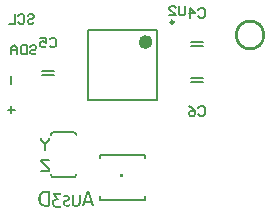
<source format=gbo>
G04 Layer_Color=32896*
%FSLAX44Y44*%
%MOMM*%
G71*
G01*
G75*
%ADD15C,0.2000*%
%ADD26C,0.2032*%
%ADD27C,0.1270*%
%ADD28C,0.1800*%
%ADD29C,0.1500*%
%ADD46C,0.2540*%
%ADD47C,0.6000*%
%ADD48C,0.2500*%
G36*
X-47611Y-110234D02*
X-47336Y-110251D01*
X-47202Y-110267D01*
X-47077Y-110284D01*
X-46969Y-110301D01*
X-46861Y-110309D01*
X-46769Y-110326D01*
X-46686Y-110342D01*
X-46611Y-110359D01*
X-46553Y-110376D01*
X-46503Y-110384D01*
X-46469Y-110392D01*
X-46444Y-110401D01*
X-46436D01*
X-46203Y-110476D01*
X-45994Y-110559D01*
X-45811Y-110651D01*
X-45653Y-110742D01*
X-45528Y-110817D01*
X-45478Y-110851D01*
X-45436Y-110884D01*
X-45395Y-110909D01*
X-45370Y-110926D01*
X-45361Y-110934D01*
X-45353Y-110942D01*
X-45195Y-111084D01*
X-45061Y-111226D01*
X-44953Y-111367D01*
X-44861Y-111500D01*
X-44786Y-111617D01*
X-44736Y-111709D01*
X-44720Y-111742D01*
X-44703Y-111767D01*
X-44695Y-111784D01*
Y-111792D01*
X-44620Y-111975D01*
X-44570Y-112167D01*
X-44528Y-112350D01*
X-44503Y-112525D01*
X-44486Y-112667D01*
Y-112733D01*
X-44478Y-112783D01*
Y-112833D01*
Y-112867D01*
Y-112883D01*
Y-112892D01*
X-44486Y-113058D01*
X-44495Y-113208D01*
X-44520Y-113342D01*
X-44545Y-113467D01*
X-44561Y-113567D01*
X-44586Y-113633D01*
X-44595Y-113683D01*
X-44603Y-113692D01*
Y-113700D01*
X-44661Y-113833D01*
X-44720Y-113958D01*
X-44786Y-114066D01*
X-44853Y-114158D01*
X-44911Y-114233D01*
X-44961Y-114291D01*
X-44995Y-114325D01*
X-45003Y-114341D01*
X-45103Y-114441D01*
X-45220Y-114533D01*
X-45328Y-114616D01*
X-45436Y-114691D01*
X-45536Y-114758D01*
X-45611Y-114808D01*
X-45661Y-114841D01*
X-45669Y-114850D01*
X-45678D01*
X-45844Y-114941D01*
X-46011Y-115024D01*
X-46178Y-115108D01*
X-46336Y-115174D01*
X-46469Y-115224D01*
X-46528Y-115249D01*
X-46578Y-115274D01*
X-46611Y-115283D01*
X-46644Y-115299D01*
X-46661Y-115308D01*
X-46669D01*
X-46736Y-115333D01*
X-46794Y-115358D01*
X-46828Y-115366D01*
X-46844Y-115374D01*
X-46861Y-115383D01*
X-46869Y-115391D01*
X-46886D01*
X-46919Y-115408D01*
X-46986Y-115433D01*
X-47069Y-115466D01*
X-47152Y-115491D01*
X-47227Y-115524D01*
X-47286Y-115541D01*
X-47294Y-115549D01*
X-47302D01*
X-47427Y-115591D01*
X-47536Y-115624D01*
X-47586Y-115633D01*
X-47619Y-115649D01*
X-47636Y-115658D01*
X-47644D01*
X-47761Y-115699D01*
X-47861Y-115733D01*
X-47894Y-115741D01*
X-47927Y-115758D01*
X-47944Y-115766D01*
X-47952D01*
X-48060Y-115816D01*
X-48144Y-115858D01*
X-48177Y-115874D01*
X-48202Y-115891D01*
X-48211Y-115899D01*
X-48219D01*
X-48310Y-115958D01*
X-48394Y-115999D01*
X-48427Y-116024D01*
X-48452Y-116033D01*
X-48460Y-116049D01*
X-48469D01*
X-48552Y-116116D01*
X-48610Y-116174D01*
X-48652Y-116216D01*
X-48669Y-116224D01*
Y-116233D01*
X-48735Y-116307D01*
X-48785Y-116374D01*
X-48819Y-116433D01*
X-48827Y-116441D01*
Y-116449D01*
X-48877Y-116532D01*
X-48910Y-116616D01*
X-48919Y-116657D01*
X-48927Y-116682D01*
X-48935Y-116699D01*
Y-116707D01*
X-48952Y-116824D01*
X-48960Y-116932D01*
Y-116982D01*
Y-117016D01*
Y-117041D01*
Y-117049D01*
X-48952Y-117166D01*
X-48944Y-117266D01*
X-48935Y-117299D01*
Y-117332D01*
X-48927Y-117349D01*
Y-117357D01*
X-48885Y-117465D01*
X-48844Y-117549D01*
X-48827Y-117582D01*
X-48810Y-117599D01*
X-48802Y-117615D01*
X-48794Y-117624D01*
X-48727Y-117716D01*
X-48660Y-117799D01*
X-48635Y-117832D01*
X-48610Y-117857D01*
X-48602Y-117865D01*
X-48594Y-117874D01*
X-48510Y-117957D01*
X-48427Y-118015D01*
X-48394Y-118040D01*
X-48369Y-118057D01*
X-48352Y-118074D01*
X-48344D01*
X-48236Y-118132D01*
X-48135Y-118182D01*
X-48094Y-118199D01*
X-48060Y-118215D01*
X-48044Y-118224D01*
X-48035D01*
X-47910Y-118274D01*
X-47802Y-118307D01*
X-47752Y-118324D01*
X-47719Y-118332D01*
X-47694Y-118340D01*
X-47686D01*
X-47544Y-118374D01*
X-47477Y-118382D01*
X-47419Y-118390D01*
X-47369Y-118399D01*
X-47327Y-118407D01*
X-47294D01*
X-47152Y-118415D01*
X-47086D01*
X-47019Y-118424D01*
X-46894D01*
X-46677Y-118415D01*
X-46586D01*
X-46494Y-118407D01*
X-46419D01*
X-46361Y-118399D01*
X-46311D01*
X-46094Y-118374D01*
X-46003Y-118357D01*
X-45911Y-118349D01*
X-45836Y-118332D01*
X-45778Y-118324D01*
X-45744Y-118315D01*
X-45728D01*
X-45519Y-118265D01*
X-45420Y-118240D01*
X-45336Y-118224D01*
X-45270Y-118207D01*
X-45220Y-118190D01*
X-45178Y-118182D01*
X-45170D01*
X-44978Y-118115D01*
X-44886Y-118090D01*
X-44811Y-118057D01*
X-44745Y-118032D01*
X-44695Y-118015D01*
X-44661Y-118007D01*
X-44653Y-117999D01*
X-44603Y-118132D01*
X-44578Y-118199D01*
X-44561Y-118249D01*
X-44545Y-118299D01*
X-44528Y-118332D01*
X-44520Y-118357D01*
Y-118365D01*
X-44470Y-118499D01*
X-44453Y-118557D01*
X-44436Y-118615D01*
X-44420Y-118657D01*
X-44403Y-118690D01*
X-44395Y-118715D01*
Y-118723D01*
X-44353Y-118865D01*
X-44337Y-118924D01*
X-44320Y-118982D01*
X-44311Y-119032D01*
X-44303Y-119065D01*
X-44295Y-119090D01*
Y-119098D01*
X-44270Y-119232D01*
X-44261Y-119340D01*
X-44253Y-119390D01*
X-44245Y-119423D01*
Y-119448D01*
Y-119457D01*
X-44453Y-119532D01*
X-44553Y-119557D01*
X-44636Y-119582D01*
X-44720Y-119607D01*
X-44778Y-119623D01*
X-44811Y-119632D01*
X-44828D01*
X-45053Y-119690D01*
X-45153Y-119715D01*
X-45253Y-119732D01*
X-45336Y-119748D01*
X-45395Y-119765D01*
X-45436Y-119773D01*
X-45453D01*
X-45703Y-119815D01*
X-45819Y-119832D01*
X-45928Y-119840D01*
X-46019Y-119857D01*
X-46086D01*
X-46136Y-119865D01*
X-46153D01*
X-46444Y-119882D01*
X-46578D01*
X-46702Y-119890D01*
X-47119D01*
X-47269Y-119882D01*
X-47411Y-119873D01*
X-47527Y-119865D01*
X-47627Y-119857D01*
X-47702Y-119848D01*
X-47752Y-119840D01*
X-47769D01*
X-47910Y-119815D01*
X-48052Y-119790D01*
X-48177Y-119765D01*
X-48285Y-119732D01*
X-48377Y-119707D01*
X-48452Y-119690D01*
X-48494Y-119682D01*
X-48510Y-119673D01*
X-48644Y-119632D01*
X-48760Y-119590D01*
X-48877Y-119540D01*
X-48969Y-119507D01*
X-49052Y-119465D01*
X-49110Y-119440D01*
X-49144Y-119423D01*
X-49160Y-119415D01*
X-49268Y-119357D01*
X-49377Y-119298D01*
X-49468Y-119240D01*
X-49552Y-119190D01*
X-49618Y-119140D01*
X-49668Y-119107D01*
X-49702Y-119082D01*
X-49710Y-119073D01*
X-49802Y-118998D01*
X-49893Y-118924D01*
X-49968Y-118848D01*
X-50035Y-118782D01*
X-50085Y-118732D01*
X-50127Y-118690D01*
X-50152Y-118657D01*
X-50160Y-118649D01*
X-50285Y-118465D01*
X-50343Y-118382D01*
X-50393Y-118307D01*
X-50427Y-118240D01*
X-50460Y-118182D01*
X-50477Y-118149D01*
X-50485Y-118140D01*
X-50577Y-117932D01*
X-50610Y-117832D01*
X-50635Y-117740D01*
X-50660Y-117666D01*
X-50676Y-117607D01*
X-50685Y-117574D01*
Y-117557D01*
X-50726Y-117324D01*
X-50735Y-117216D01*
X-50743Y-117124D01*
X-50752Y-117041D01*
Y-116974D01*
Y-116932D01*
Y-116916D01*
Y-116807D01*
X-50743Y-116707D01*
X-50735Y-116616D01*
X-50726Y-116532D01*
X-50718Y-116466D01*
X-50710Y-116407D01*
X-50701Y-116374D01*
Y-116366D01*
X-50668Y-116191D01*
X-50651Y-116108D01*
X-50635Y-116041D01*
X-50610Y-115983D01*
X-50602Y-115933D01*
X-50585Y-115908D01*
Y-115899D01*
X-50510Y-115749D01*
X-50477Y-115683D01*
X-50443Y-115624D01*
X-50418Y-115574D01*
X-50393Y-115541D01*
X-50385Y-115516D01*
X-50377Y-115508D01*
X-50293Y-115383D01*
X-50218Y-115283D01*
X-50185Y-115241D01*
X-50160Y-115208D01*
X-50143Y-115191D01*
X-50135Y-115183D01*
X-50027Y-115075D01*
X-49927Y-114991D01*
X-49885Y-114958D01*
X-49852Y-114933D01*
X-49835Y-114916D01*
X-49827Y-114908D01*
X-49702Y-114816D01*
X-49585Y-114741D01*
X-49535Y-114716D01*
X-49493Y-114691D01*
X-49468Y-114683D01*
X-49460Y-114675D01*
X-49318Y-114608D01*
X-49252Y-114575D01*
X-49185Y-114550D01*
X-49135Y-114525D01*
X-49094Y-114508D01*
X-49069Y-114491D01*
X-49060D01*
X-48910Y-114433D01*
X-48835Y-114408D01*
X-48777Y-114391D01*
X-48719Y-114366D01*
X-48677Y-114358D01*
X-48652Y-114341D01*
X-48644D01*
X-48560Y-114308D01*
X-48494Y-114291D01*
X-48452Y-114275D01*
X-48427Y-114266D01*
X-48410D01*
X-48394Y-114258D01*
X-48369Y-114250D01*
X-48335Y-114241D01*
X-48252Y-114208D01*
X-48144Y-114166D01*
X-48035Y-114133D01*
X-47944Y-114100D01*
X-47910Y-114083D01*
X-47877Y-114075D01*
X-47861Y-114066D01*
X-47852D01*
X-47736Y-114033D01*
X-47636Y-114000D01*
X-47594Y-113983D01*
X-47561Y-113975D01*
X-47544Y-113966D01*
X-47536D01*
X-47427Y-113916D01*
X-47336Y-113883D01*
X-47294Y-113866D01*
X-47269Y-113858D01*
X-47252Y-113850D01*
X-47244D01*
X-47144Y-113808D01*
X-47061Y-113775D01*
X-47027Y-113758D01*
X-47002Y-113742D01*
X-46986Y-113733D01*
X-46978D01*
X-46894Y-113683D01*
X-46819Y-113633D01*
X-46769Y-113600D01*
X-46761Y-113591D01*
X-46753D01*
X-46669Y-113533D01*
X-46611Y-113483D01*
X-46569Y-113442D01*
X-46553Y-113425D01*
X-46494Y-113358D01*
X-46453Y-113292D01*
X-46419Y-113242D01*
X-46411Y-113233D01*
Y-113225D01*
X-46369Y-113142D01*
X-46336Y-113067D01*
X-46319Y-113008D01*
X-46311Y-113000D01*
Y-112992D01*
X-46294Y-112892D01*
X-46286Y-112800D01*
X-46278Y-112767D01*
Y-112733D01*
Y-112717D01*
Y-112708D01*
X-46286Y-112600D01*
X-46303Y-112500D01*
X-46319Y-112417D01*
X-46344Y-112342D01*
X-46369Y-112283D01*
X-46394Y-112233D01*
X-46403Y-112208D01*
X-46411Y-112200D01*
X-46469Y-112125D01*
X-46528Y-112059D01*
X-46594Y-112009D01*
X-46652Y-111959D01*
X-46711Y-111925D01*
X-46753Y-111900D01*
X-46786Y-111884D01*
X-46794Y-111875D01*
X-46994Y-111800D01*
X-47086Y-111775D01*
X-47169Y-111750D01*
X-47244Y-111725D01*
X-47302Y-111709D01*
X-47336Y-111700D01*
X-47352D01*
X-47577Y-111667D01*
X-47677Y-111659D01*
X-47777Y-111650D01*
X-47861Y-111642D01*
X-48094D01*
X-48202Y-111650D01*
X-48310D01*
X-48402Y-111659D01*
X-48477Y-111667D01*
X-48535D01*
X-48569Y-111675D01*
X-48585D01*
X-48794Y-111709D01*
X-48894Y-111725D01*
X-48977Y-111742D01*
X-49052Y-111759D01*
X-49102Y-111767D01*
X-49144Y-111784D01*
X-49152D01*
X-49352Y-111825D01*
X-49435Y-111850D01*
X-49510Y-111867D01*
X-49577Y-111884D01*
X-49627Y-111900D01*
X-49660Y-111909D01*
X-49668D01*
X-49835Y-111959D01*
X-49910Y-111984D01*
X-49977Y-112009D01*
X-50035Y-112025D01*
X-50077Y-112042D01*
X-50102Y-112050D01*
X-50110D01*
X-50160Y-111934D01*
X-50202Y-111834D01*
X-50210Y-111792D01*
X-50227Y-111759D01*
X-50235Y-111742D01*
Y-111734D01*
X-50277Y-111609D01*
X-50318Y-111500D01*
X-50327Y-111459D01*
X-50335Y-111425D01*
X-50343Y-111400D01*
Y-111392D01*
X-50377Y-111259D01*
X-50393Y-111201D01*
X-50402Y-111142D01*
X-50410Y-111101D01*
X-50418Y-111067D01*
X-50427Y-111042D01*
Y-111034D01*
X-50452Y-110900D01*
X-50468Y-110784D01*
X-50477Y-110734D01*
X-50485Y-110701D01*
Y-110676D01*
Y-110667D01*
X-50285Y-110609D01*
X-50193Y-110576D01*
X-50110Y-110551D01*
X-50035Y-110534D01*
X-49977Y-110517D01*
X-49943Y-110501D01*
X-49927D01*
X-49710Y-110442D01*
X-49602Y-110417D01*
X-49502Y-110401D01*
X-49419Y-110376D01*
X-49352Y-110367D01*
X-49310Y-110351D01*
X-49293D01*
X-49052Y-110309D01*
X-48935Y-110292D01*
X-48835Y-110276D01*
X-48744Y-110267D01*
X-48677Y-110259D01*
X-48635Y-110251D01*
X-48619D01*
X-48369Y-110234D01*
X-48244D01*
X-48144Y-110226D01*
X-47919D01*
X-47611Y-110234D01*
D02*
G37*
G36*
X-36014Y-110367D02*
X-35964Y-110376D01*
X-35797D01*
X-35764Y-110384D01*
X-35714D01*
X-35605Y-110392D01*
X-35514Y-110409D01*
X-35439Y-110417D01*
X-35380D01*
X-35330Y-110426D01*
X-35289Y-110434D01*
X-35264D01*
Y-110551D01*
Y-110642D01*
Y-110676D01*
Y-110701D01*
Y-110717D01*
Y-110726D01*
Y-110809D01*
Y-110884D01*
Y-110926D01*
Y-110934D01*
Y-110942D01*
Y-111075D01*
Y-111192D01*
Y-111284D01*
Y-111359D01*
Y-111409D01*
Y-111450D01*
Y-111467D01*
Y-111475D01*
Y-111509D01*
Y-111550D01*
Y-111650D01*
Y-111767D01*
Y-111892D01*
Y-112017D01*
Y-112117D01*
Y-112150D01*
Y-112184D01*
Y-112200D01*
Y-112208D01*
Y-112359D01*
Y-112434D01*
Y-112500D01*
Y-112558D01*
Y-112600D01*
Y-112633D01*
Y-112642D01*
Y-112842D01*
Y-112942D01*
Y-113033D01*
Y-113108D01*
Y-113167D01*
Y-113208D01*
Y-113225D01*
Y-113392D01*
Y-113558D01*
Y-113725D01*
Y-113883D01*
Y-114016D01*
Y-114075D01*
Y-114125D01*
Y-114158D01*
Y-114191D01*
Y-114208D01*
Y-114216D01*
Y-114441D01*
Y-114666D01*
Y-114900D01*
Y-115108D01*
Y-115199D01*
Y-115291D01*
Y-115366D01*
Y-115433D01*
Y-115491D01*
Y-115533D01*
Y-115558D01*
Y-115566D01*
X-35272Y-115824D01*
X-35280Y-116058D01*
X-35297Y-116266D01*
X-35314Y-116449D01*
X-35322Y-116532D01*
X-35330Y-116607D01*
Y-116666D01*
X-35339Y-116716D01*
X-35347Y-116757D01*
X-35355Y-116791D01*
Y-116807D01*
Y-116816D01*
X-35389Y-117016D01*
X-35430Y-117207D01*
X-35472Y-117374D01*
X-35514Y-117515D01*
X-35547Y-117632D01*
X-35580Y-117724D01*
X-35589Y-117757D01*
X-35597Y-117782D01*
X-35605Y-117790D01*
Y-117799D01*
X-35672Y-117949D01*
X-35739Y-118099D01*
X-35805Y-118224D01*
X-35872Y-118332D01*
X-35930Y-118424D01*
X-35972Y-118490D01*
X-36005Y-118532D01*
X-36014Y-118549D01*
X-36105Y-118665D01*
X-36197Y-118773D01*
X-36280Y-118874D01*
X-36363Y-118957D01*
X-36430Y-119024D01*
X-36488Y-119073D01*
X-36522Y-119107D01*
X-36539Y-119115D01*
X-36655Y-119198D01*
X-36763Y-119273D01*
X-36872Y-119340D01*
X-36972Y-119398D01*
X-37055Y-119440D01*
X-37122Y-119482D01*
X-37163Y-119498D01*
X-37180Y-119507D01*
X-37447Y-119607D01*
X-37571Y-119648D01*
X-37688Y-119682D01*
X-37780Y-119707D01*
X-37855Y-119723D01*
X-37905Y-119740D01*
X-37921D01*
X-38071Y-119765D01*
X-38213Y-119790D01*
X-38355Y-119807D01*
X-38480Y-119823D01*
X-38580Y-119840D01*
X-38663Y-119848D01*
X-38688D01*
X-38713Y-119857D01*
X-38730D01*
X-38888Y-119865D01*
X-39046Y-119873D01*
X-39188Y-119882D01*
X-39321D01*
X-39438Y-119890D01*
X-39771D01*
X-39938Y-119882D01*
X-40087D01*
X-40229Y-119873D01*
X-40346Y-119865D01*
X-40437D01*
X-40471Y-119857D01*
X-40512D01*
X-40679Y-119840D01*
X-40837Y-119815D01*
X-40987Y-119798D01*
X-41121Y-119773D01*
X-41237Y-119757D01*
X-41321Y-119740D01*
X-41354D01*
X-41379Y-119732D01*
X-41396D01*
X-41562Y-119698D01*
X-41712Y-119673D01*
X-41854Y-119640D01*
X-41970Y-119615D01*
X-42079Y-119598D01*
X-42154Y-119582D01*
X-42204Y-119565D01*
X-42220D01*
X-42354Y-119532D01*
X-42479Y-119498D01*
X-42595Y-119465D01*
X-42703Y-119440D01*
X-42787Y-119423D01*
X-42845Y-119407D01*
X-42887Y-119390D01*
X-42903D01*
Y-119290D01*
Y-119190D01*
Y-119107D01*
Y-119032D01*
Y-118965D01*
Y-118924D01*
Y-118890D01*
Y-118882D01*
Y-118732D01*
Y-118665D01*
Y-118607D01*
Y-118565D01*
Y-118524D01*
Y-118507D01*
Y-118499D01*
Y-118357D01*
Y-118232D01*
Y-118124D01*
Y-118040D01*
Y-117965D01*
Y-117924D01*
Y-117890D01*
Y-117882D01*
Y-117724D01*
Y-117640D01*
Y-117565D01*
Y-117507D01*
Y-117449D01*
Y-117416D01*
Y-117407D01*
Y-117332D01*
Y-117266D01*
Y-117224D01*
Y-117216D01*
Y-117207D01*
Y-117124D01*
Y-117049D01*
Y-117016D01*
Y-116991D01*
Y-116974D01*
Y-116966D01*
Y-116866D01*
Y-116766D01*
Y-116724D01*
Y-116691D01*
Y-116674D01*
Y-116666D01*
Y-116541D01*
Y-116416D01*
Y-116374D01*
Y-116333D01*
Y-116307D01*
Y-116299D01*
Y-116174D01*
Y-116041D01*
Y-115916D01*
Y-115799D01*
Y-115691D01*
Y-115616D01*
Y-115583D01*
Y-115558D01*
Y-115549D01*
Y-115541D01*
Y-115366D01*
Y-115191D01*
Y-115016D01*
Y-114858D01*
Y-114716D01*
Y-114658D01*
Y-114608D01*
Y-114566D01*
Y-114533D01*
Y-114516D01*
Y-114508D01*
Y-114225D01*
Y-113933D01*
Y-113642D01*
Y-113508D01*
Y-113375D01*
Y-113250D01*
Y-113142D01*
Y-113033D01*
Y-112950D01*
Y-112883D01*
Y-112825D01*
Y-112792D01*
Y-112783D01*
Y-112392D01*
Y-111992D01*
Y-111600D01*
Y-111409D01*
Y-111234D01*
Y-111067D01*
Y-110917D01*
Y-110776D01*
Y-110659D01*
Y-110567D01*
Y-110492D01*
Y-110451D01*
Y-110434D01*
X-42828Y-110417D01*
X-42762Y-110409D01*
X-42712Y-110401D01*
X-42695D01*
X-42612Y-110392D01*
X-42537D01*
X-42504Y-110384D01*
X-42462D01*
X-42379Y-110376D01*
X-42237D01*
X-42162Y-110367D01*
X-42095Y-110359D01*
X-41945D01*
X-41879Y-110367D01*
X-41829Y-110376D01*
X-41662D01*
X-41604Y-110384D01*
X-41587D01*
X-41495Y-110392D01*
X-41420D01*
X-41371Y-110401D01*
X-41354D01*
X-41271Y-110409D01*
X-41204Y-110426D01*
X-41162Y-110434D01*
X-41146D01*
Y-110526D01*
Y-110609D01*
Y-110684D01*
Y-110751D01*
Y-110801D01*
Y-110842D01*
Y-110867D01*
Y-110876D01*
Y-111000D01*
Y-111059D01*
Y-111109D01*
Y-111151D01*
Y-111184D01*
Y-111201D01*
Y-111209D01*
Y-111367D01*
Y-111509D01*
Y-111625D01*
Y-111709D01*
Y-111784D01*
Y-111825D01*
Y-111859D01*
Y-111867D01*
Y-111950D01*
Y-112059D01*
Y-112167D01*
Y-112275D01*
Y-112375D01*
Y-112458D01*
Y-112492D01*
Y-112517D01*
Y-112525D01*
Y-112534D01*
Y-112625D01*
Y-112708D01*
Y-112742D01*
Y-112767D01*
Y-112783D01*
Y-112792D01*
Y-112900D01*
Y-113000D01*
Y-113042D01*
Y-113075D01*
Y-113100D01*
Y-113108D01*
Y-113217D01*
Y-113325D01*
Y-113433D01*
Y-113533D01*
Y-113625D01*
Y-113692D01*
Y-113742D01*
Y-113750D01*
Y-113758D01*
Y-113908D01*
Y-114058D01*
Y-114208D01*
Y-114350D01*
Y-114466D01*
Y-114566D01*
Y-114600D01*
Y-114625D01*
Y-114641D01*
Y-114650D01*
Y-114900D01*
Y-115158D01*
Y-115408D01*
Y-115649D01*
Y-115758D01*
Y-115858D01*
Y-115941D01*
Y-116016D01*
Y-116082D01*
Y-116124D01*
Y-116158D01*
Y-116166D01*
Y-116507D01*
Y-116849D01*
Y-117191D01*
Y-117357D01*
Y-117507D01*
Y-117657D01*
Y-117782D01*
Y-117907D01*
Y-118007D01*
Y-118082D01*
Y-118149D01*
Y-118182D01*
Y-118199D01*
X-40896Y-118265D01*
X-40771Y-118290D01*
X-40662Y-118307D01*
X-40562Y-118324D01*
X-40487Y-118340D01*
X-40437Y-118349D01*
X-40421D01*
X-40129Y-118374D01*
X-39988Y-118382D01*
X-39854D01*
X-39738Y-118390D01*
X-39571D01*
X-39354Y-118382D01*
X-39254D01*
X-39171Y-118374D01*
X-39096D01*
X-39046Y-118365D01*
X-38996D01*
X-38896Y-118349D01*
X-38805Y-118332D01*
X-38721Y-118315D01*
X-38646Y-118299D01*
X-38580Y-118290D01*
X-38538Y-118274D01*
X-38505Y-118265D01*
X-38496D01*
X-38330Y-118215D01*
X-38255Y-118182D01*
X-38188Y-118157D01*
X-38130Y-118132D01*
X-38088Y-118107D01*
X-38063Y-118099D01*
X-38055Y-118090D01*
X-37921Y-117999D01*
X-37855Y-117957D01*
X-37805Y-117915D01*
X-37763Y-117882D01*
X-37730Y-117849D01*
X-37705Y-117832D01*
X-37696Y-117824D01*
X-37588Y-117690D01*
X-37497Y-117565D01*
X-37463Y-117507D01*
X-37438Y-117465D01*
X-37422Y-117441D01*
X-37413Y-117432D01*
X-37330Y-117257D01*
X-37297Y-117174D01*
X-37263Y-117099D01*
X-37247Y-117024D01*
X-37230Y-116974D01*
X-37213Y-116941D01*
Y-116924D01*
X-37155Y-116707D01*
X-37138Y-116599D01*
X-37122Y-116499D01*
X-37105Y-116416D01*
X-37097Y-116349D01*
X-37088Y-116307D01*
Y-116291D01*
X-37072Y-116016D01*
X-37063Y-115883D01*
Y-115758D01*
X-37055Y-115649D01*
Y-115574D01*
Y-115541D01*
Y-115516D01*
Y-115508D01*
Y-115499D01*
Y-115383D01*
Y-115291D01*
Y-115258D01*
Y-115233D01*
Y-115216D01*
Y-115208D01*
Y-115116D01*
Y-115049D01*
Y-115000D01*
Y-114991D01*
Y-114983D01*
Y-114850D01*
Y-114741D01*
Y-114658D01*
Y-114583D01*
Y-114533D01*
Y-114491D01*
Y-114475D01*
Y-114466D01*
Y-114433D01*
Y-114391D01*
Y-114291D01*
Y-114175D01*
Y-114050D01*
Y-113933D01*
Y-113833D01*
Y-113800D01*
Y-113766D01*
Y-113750D01*
Y-113742D01*
Y-113600D01*
Y-113525D01*
Y-113458D01*
Y-113400D01*
Y-113358D01*
Y-113325D01*
Y-113317D01*
Y-113125D01*
Y-113025D01*
Y-112942D01*
Y-112867D01*
Y-112800D01*
Y-112767D01*
Y-112750D01*
Y-112583D01*
Y-112417D01*
Y-112250D01*
Y-112100D01*
Y-111967D01*
Y-111909D01*
Y-111859D01*
Y-111817D01*
Y-111792D01*
Y-111775D01*
Y-111767D01*
Y-111542D01*
Y-111317D01*
Y-111092D01*
Y-110884D01*
Y-110792D01*
Y-110701D01*
Y-110626D01*
Y-110559D01*
Y-110509D01*
Y-110467D01*
Y-110442D01*
Y-110434D01*
X-36972Y-110417D01*
X-36905Y-110409D01*
X-36855Y-110401D01*
X-36838D01*
X-36755Y-110392D01*
X-36680D01*
X-36622Y-110384D01*
X-36605D01*
X-36514Y-110376D01*
X-36355D01*
X-36280Y-110367D01*
X-36214Y-110359D01*
X-36080D01*
X-36014Y-110367D01*
D02*
G37*
G36*
X-29049Y-106660D02*
X-28807D01*
X-28774Y-106668D01*
X-28724D01*
X-28624Y-106677D01*
X-28540D01*
X-28507Y-106685D01*
X-28457D01*
X-28366Y-106693D01*
X-28291Y-106710D01*
X-28232Y-106718D01*
X-28216D01*
X-28166Y-106868D01*
X-28124Y-107010D01*
X-28082Y-107135D01*
X-28049Y-107243D01*
X-28016Y-107326D01*
X-27991Y-107393D01*
X-27982Y-107435D01*
X-27974Y-107451D01*
X-27941Y-107568D01*
X-27907Y-107668D01*
X-27874Y-107768D01*
X-27849Y-107851D01*
X-27832Y-107918D01*
X-27816Y-107968D01*
X-27799Y-108001D01*
Y-108010D01*
X-27732Y-108218D01*
X-27674Y-108393D01*
X-27624Y-108543D01*
X-27582Y-108668D01*
X-27549Y-108768D01*
X-27524Y-108834D01*
X-27516Y-108876D01*
X-27507Y-108893D01*
X-27466Y-109009D01*
X-27432Y-109126D01*
X-27391Y-109243D01*
X-27357Y-109351D01*
X-27324Y-109451D01*
X-27308Y-109526D01*
X-27291Y-109576D01*
X-27283Y-109584D01*
Y-109593D01*
X-27249Y-109684D01*
X-27216Y-109776D01*
X-27208Y-109809D01*
X-27199Y-109843D01*
X-27191Y-109859D01*
Y-109867D01*
X-27149Y-109992D01*
X-27116Y-110109D01*
X-27099Y-110151D01*
X-27083Y-110192D01*
X-27074Y-110217D01*
Y-110226D01*
X-27024Y-110376D01*
X-27008Y-110442D01*
X-26983Y-110509D01*
X-26966Y-110567D01*
X-26949Y-110609D01*
X-26933Y-110642D01*
Y-110651D01*
X-26874Y-110834D01*
X-26841Y-110926D01*
X-26816Y-111009D01*
X-26791Y-111084D01*
X-26774Y-111142D01*
X-26766Y-111175D01*
X-26758Y-111192D01*
X-26699Y-111375D01*
X-26641Y-111559D01*
X-26583Y-111742D01*
X-26524Y-111917D01*
X-26474Y-112067D01*
X-26449Y-112134D01*
X-26433Y-112184D01*
X-26416Y-112233D01*
X-26408Y-112267D01*
X-26399Y-112283D01*
Y-112292D01*
X-26324Y-112534D01*
X-26241Y-112792D01*
X-26158Y-113033D01*
X-26091Y-113258D01*
X-26049Y-113367D01*
X-26024Y-113458D01*
X-25991Y-113541D01*
X-25975Y-113617D01*
X-25949Y-113675D01*
X-25933Y-113725D01*
X-25924Y-113750D01*
Y-113758D01*
X-25858Y-113958D01*
X-25791Y-114175D01*
X-25650Y-114600D01*
X-25516Y-115024D01*
X-25450Y-115224D01*
X-25383Y-115416D01*
X-25325Y-115599D01*
X-25275Y-115766D01*
X-25225Y-115908D01*
X-25183Y-116041D01*
X-25150Y-116141D01*
X-25133Y-116216D01*
X-25116Y-116266D01*
X-25108Y-116274D01*
Y-116283D01*
X-25016Y-116557D01*
X-24925Y-116841D01*
X-24733Y-117424D01*
X-24641Y-117707D01*
X-24550Y-117990D01*
X-24458Y-118265D01*
X-24375Y-118524D01*
X-24300Y-118765D01*
X-24225Y-118982D01*
X-24158Y-119182D01*
X-24108Y-119348D01*
X-24083Y-119423D01*
X-24058Y-119482D01*
X-24042Y-119540D01*
X-24025Y-119590D01*
X-24017Y-119623D01*
X-24008Y-119648D01*
X-24000Y-119665D01*
Y-119673D01*
X-24075Y-119690D01*
X-24142Y-119707D01*
X-24192Y-119715D01*
X-24208D01*
X-24292Y-119723D01*
X-24358D01*
X-24417Y-119732D01*
X-24433D01*
X-24525Y-119740D01*
X-24683D01*
X-24775Y-119748D01*
X-25016D01*
X-25091Y-119740D01*
X-25258D01*
X-25333Y-119732D01*
X-25408D01*
X-25491Y-119723D01*
X-25558D01*
X-25616Y-119715D01*
X-25633D01*
X-25725Y-119698D01*
X-25800Y-119690D01*
X-25833Y-119682D01*
X-25858Y-119673D01*
X-25875D01*
X-25983Y-119315D01*
X-26083Y-118974D01*
X-26174Y-118657D01*
X-26258Y-118365D01*
X-26333Y-118099D01*
X-26408Y-117849D01*
X-26474Y-117632D01*
X-26533Y-117432D01*
X-26583Y-117257D01*
X-26624Y-117107D01*
X-26666Y-116974D01*
X-26691Y-116866D01*
X-26716Y-116791D01*
X-26733Y-116732D01*
X-26749Y-116691D01*
Y-116682D01*
X-31673D01*
X-31698Y-116766D01*
X-31723Y-116841D01*
X-31748Y-116907D01*
X-31765Y-116966D01*
X-31790Y-117066D01*
X-31815Y-117132D01*
X-31823Y-117174D01*
X-31831Y-117207D01*
X-31840Y-117224D01*
X-31848Y-117241D01*
Y-117266D01*
X-31873Y-117324D01*
X-31898Y-117407D01*
X-31923Y-117491D01*
X-31948Y-117574D01*
X-31973Y-117649D01*
X-31981Y-117699D01*
X-31990Y-117707D01*
Y-117716D01*
X-32015Y-117799D01*
X-32031Y-117882D01*
X-32040Y-117924D01*
X-32048Y-117949D01*
X-32056Y-117965D01*
Y-117974D01*
X-32098Y-118082D01*
X-32131Y-118190D01*
X-32148Y-118240D01*
X-32156Y-118282D01*
X-32165Y-118307D01*
Y-118315D01*
X-32198Y-118407D01*
X-32231Y-118507D01*
X-32256Y-118607D01*
X-32281Y-118690D01*
X-32306Y-118773D01*
X-32323Y-118832D01*
X-32339Y-118874D01*
Y-118890D01*
X-32381Y-119024D01*
X-32423Y-119157D01*
X-32464Y-119290D01*
X-32498Y-119407D01*
X-32531Y-119515D01*
X-32556Y-119598D01*
X-32564Y-119632D01*
X-32573Y-119657D01*
X-32581Y-119665D01*
Y-119673D01*
X-32656Y-119690D01*
X-32731Y-119707D01*
X-32781Y-119715D01*
X-32798D01*
X-32881Y-119723D01*
X-32964D01*
X-32998Y-119732D01*
X-33039D01*
X-33123Y-119740D01*
X-33281D01*
X-33364Y-119748D01*
X-33614D01*
X-33698Y-119740D01*
X-33864D01*
X-33956Y-119732D01*
X-34039D01*
X-34139Y-119723D01*
X-34222D01*
X-34247Y-119715D01*
X-34297D01*
X-34389Y-119698D01*
X-34456Y-119690D01*
X-34506Y-119673D01*
X-34522D01*
X-34472Y-119523D01*
X-34431Y-119390D01*
X-34389Y-119265D01*
X-34356Y-119157D01*
X-34331Y-119073D01*
X-34306Y-119007D01*
X-34297Y-118965D01*
X-34289Y-118948D01*
X-34256Y-118832D01*
X-34222Y-118723D01*
X-34189Y-118632D01*
X-34164Y-118549D01*
X-34147Y-118474D01*
X-34131Y-118424D01*
X-34114Y-118390D01*
Y-118382D01*
X-34047Y-118174D01*
X-33981Y-117999D01*
X-33931Y-117849D01*
X-33898Y-117724D01*
X-33864Y-117632D01*
X-33839Y-117565D01*
X-33831Y-117524D01*
X-33823Y-117507D01*
X-33781Y-117390D01*
X-33747Y-117274D01*
X-33706Y-117157D01*
X-33672Y-117041D01*
X-33639Y-116949D01*
X-33614Y-116874D01*
X-33598Y-116824D01*
X-33589Y-116816D01*
Y-116807D01*
X-33564Y-116707D01*
X-33539Y-116616D01*
X-33523Y-116582D01*
X-33514Y-116549D01*
X-33506Y-116532D01*
Y-116524D01*
X-33464Y-116399D01*
X-33423Y-116291D01*
X-33414Y-116241D01*
X-33398Y-116208D01*
X-33389Y-116182D01*
Y-116174D01*
X-33339Y-116024D01*
X-33323Y-115949D01*
X-33298Y-115883D01*
X-33281Y-115824D01*
X-33264Y-115783D01*
X-33248Y-115749D01*
Y-115741D01*
X-33189Y-115558D01*
X-33156Y-115466D01*
X-33131Y-115383D01*
X-33106Y-115316D01*
X-33089Y-115258D01*
X-33081Y-115224D01*
X-33073Y-115208D01*
X-33014Y-115024D01*
X-32956Y-114841D01*
X-32898Y-114658D01*
X-32839Y-114483D01*
X-32798Y-114333D01*
X-32773Y-114266D01*
X-32756Y-114216D01*
X-32739Y-114166D01*
X-32731Y-114133D01*
X-32723Y-114116D01*
Y-114108D01*
X-32640Y-113866D01*
X-32556Y-113608D01*
X-32481Y-113367D01*
X-32406Y-113133D01*
X-32373Y-113025D01*
X-32339Y-112933D01*
X-32306Y-112850D01*
X-32290Y-112775D01*
X-32265Y-112717D01*
X-32248Y-112667D01*
X-32240Y-112642D01*
Y-112633D01*
X-32173Y-112425D01*
X-32106Y-112217D01*
X-31965Y-111792D01*
X-31831Y-111367D01*
X-31765Y-111167D01*
X-31698Y-110976D01*
X-31640Y-110792D01*
X-31590Y-110634D01*
X-31540Y-110484D01*
X-31498Y-110359D01*
X-31465Y-110259D01*
X-31448Y-110184D01*
X-31431Y-110134D01*
X-31423Y-110117D01*
X-31332Y-109843D01*
X-31240Y-109551D01*
X-31048Y-108976D01*
X-30957Y-108684D01*
X-30865Y-108401D01*
X-30782Y-108135D01*
X-30698Y-107876D01*
X-30615Y-107635D01*
X-30548Y-107410D01*
X-30482Y-107218D01*
X-30432Y-107043D01*
X-30407Y-106968D01*
X-30382Y-106910D01*
X-30365Y-106852D01*
X-30348Y-106802D01*
X-30340Y-106768D01*
X-30332Y-106743D01*
X-30323Y-106727D01*
Y-106718D01*
X-30232Y-106702D01*
X-30148Y-106693D01*
X-30115D01*
X-30090Y-106685D01*
X-30073D01*
X-29973Y-106677D01*
X-29890D01*
X-29848Y-106668D01*
X-29799D01*
X-29699Y-106660D01*
X-29532D01*
X-29440Y-106652D01*
X-29090D01*
X-29049Y-106660D01*
D02*
G37*
G36*
X0Y-95000D02*
X-2540D01*
Y-92460D01*
X0D01*
Y-95000D01*
D02*
G37*
G36*
X-52143Y-108126D02*
X-52134Y-108193D01*
X-52126Y-108243D01*
X-52118Y-108251D01*
Y-108259D01*
X-52109Y-108335D01*
Y-108401D01*
X-52101Y-108451D01*
Y-108460D01*
Y-108468D01*
X-52093Y-108551D01*
Y-108618D01*
X-52084Y-108668D01*
Y-108676D01*
Y-108684D01*
Y-108759D01*
Y-108818D01*
Y-108868D01*
Y-108876D01*
Y-108884D01*
Y-109034D01*
X-52093Y-109101D01*
Y-109168D01*
Y-109218D01*
X-52101Y-109259D01*
Y-109284D01*
Y-109293D01*
X-52118Y-109426D01*
X-52126Y-109493D01*
X-52134Y-109543D01*
X-52143Y-109593D01*
X-52151Y-109626D01*
X-52160Y-109651D01*
Y-109659D01*
X-56783D01*
X-56600Y-109951D01*
X-56417Y-110234D01*
X-56250Y-110509D01*
X-56083Y-110767D01*
X-55917Y-111025D01*
X-55767Y-111267D01*
X-55617Y-111509D01*
X-55467Y-111734D01*
X-55334Y-111950D01*
X-55200Y-112159D01*
X-55075Y-112359D01*
X-54950Y-112550D01*
X-54842Y-112725D01*
X-54734Y-112900D01*
X-54626Y-113058D01*
X-54534Y-113217D01*
X-54442Y-113358D01*
X-54351Y-113491D01*
X-54276Y-113617D01*
X-54201Y-113733D01*
X-54134Y-113841D01*
X-54067Y-113933D01*
X-54017Y-114025D01*
X-53967Y-114100D01*
X-53917Y-114175D01*
X-53884Y-114233D01*
X-53851Y-114283D01*
X-53826Y-114325D01*
X-53801Y-114358D01*
X-53784Y-114383D01*
X-53776Y-114391D01*
Y-114400D01*
X-53801Y-114441D01*
X-53817Y-114458D01*
Y-114466D01*
Y-114475D01*
X-53834Y-114491D01*
X-53851Y-114516D01*
X-53867Y-114550D01*
X-53892Y-114583D01*
X-53909Y-114616D01*
X-53917Y-114633D01*
X-53926Y-114641D01*
X-54059Y-114616D01*
X-54167Y-114591D01*
X-54217Y-114583D01*
X-54251D01*
X-54276Y-114575D01*
X-54284D01*
X-54426Y-114550D01*
X-54484Y-114541D01*
X-54542Y-114533D01*
X-54592D01*
X-54626Y-114525D01*
X-54659D01*
X-54792Y-114516D01*
X-54900D01*
X-54950Y-114508D01*
X-55017D01*
X-55150Y-114500D01*
X-55384D01*
X-55600Y-114508D01*
X-55800Y-114516D01*
X-55984Y-114541D01*
X-56142Y-114566D01*
X-56275Y-114591D01*
X-56325Y-114600D01*
X-56375Y-114608D01*
X-56408Y-114616D01*
X-56433Y-114625D01*
X-56450Y-114633D01*
X-56458D01*
X-56633Y-114691D01*
X-56792Y-114758D01*
X-56942Y-114824D01*
X-57066Y-114891D01*
X-57167Y-114950D01*
X-57250Y-115000D01*
X-57300Y-115033D01*
X-57316Y-115041D01*
X-57450Y-115149D01*
X-57558Y-115258D01*
X-57650Y-115374D01*
X-57733Y-115483D01*
X-57791Y-115574D01*
X-57833Y-115658D01*
X-57858Y-115708D01*
X-57866Y-115716D01*
Y-115724D01*
X-57933Y-115883D01*
X-57975Y-116049D01*
X-58008Y-116216D01*
X-58033Y-116366D01*
X-58050Y-116499D01*
Y-116557D01*
X-58058Y-116607D01*
Y-116641D01*
Y-116674D01*
Y-116691D01*
Y-116699D01*
Y-116832D01*
X-58050Y-116966D01*
X-58033Y-117082D01*
X-58025Y-117182D01*
X-58008Y-117274D01*
X-57991Y-117332D01*
X-57983Y-117374D01*
Y-117390D01*
X-57958Y-117499D01*
X-57925Y-117607D01*
X-57900Y-117699D01*
X-57866Y-117782D01*
X-57833Y-117857D01*
X-57816Y-117907D01*
X-57800Y-117940D01*
X-57791Y-117949D01*
X-57741Y-118040D01*
X-57691Y-118132D01*
X-57633Y-118207D01*
X-57591Y-118282D01*
X-57550Y-118332D01*
X-57516Y-118382D01*
X-57491Y-118407D01*
X-57483Y-118415D01*
X-57350Y-118565D01*
X-57283Y-118632D01*
X-57217Y-118682D01*
X-57167Y-118732D01*
X-57125Y-118765D01*
X-57091Y-118782D01*
X-57083Y-118790D01*
X-56917Y-118907D01*
X-56833Y-118957D01*
X-56758Y-118990D01*
X-56700Y-119024D01*
X-56642Y-119049D01*
X-56608Y-119065D01*
X-56600Y-119073D01*
X-56408Y-119148D01*
X-56317Y-119182D01*
X-56225Y-119207D01*
X-56150Y-119232D01*
X-56092Y-119248D01*
X-56059Y-119265D01*
X-56042D01*
X-55817Y-119307D01*
X-55708Y-119332D01*
X-55617Y-119340D01*
X-55534Y-119357D01*
X-55475Y-119365D01*
X-55434Y-119373D01*
X-55417D01*
X-55184Y-119390D01*
X-55067Y-119398D01*
X-54967D01*
X-54875Y-119407D01*
X-54601D01*
X-54459Y-119398D01*
X-54334D01*
X-54217Y-119390D01*
X-54117Y-119382D01*
X-54051D01*
X-54001Y-119373D01*
X-53984D01*
X-53851Y-119357D01*
X-53726Y-119340D01*
X-53617Y-119323D01*
X-53509Y-119307D01*
X-53426Y-119290D01*
X-53368Y-119273D01*
X-53326Y-119265D01*
X-53309D01*
X-53076Y-119198D01*
X-52976Y-119173D01*
X-52884Y-119148D01*
X-52801Y-119123D01*
X-52743Y-119107D01*
X-52709Y-119090D01*
X-52693D01*
X-52476Y-119015D01*
X-52376Y-118982D01*
X-52284Y-118948D01*
X-52209Y-118924D01*
X-52151Y-118898D01*
X-52118Y-118890D01*
X-52101Y-118882D01*
X-52026Y-119015D01*
X-51993Y-119082D01*
X-51968Y-119132D01*
X-51943Y-119182D01*
X-51926Y-119215D01*
X-51918Y-119240D01*
X-51909Y-119248D01*
X-51851Y-119382D01*
X-51826Y-119448D01*
X-51801Y-119507D01*
X-51776Y-119557D01*
X-51768Y-119590D01*
X-51751Y-119615D01*
Y-119623D01*
X-51701Y-119757D01*
X-51676Y-119823D01*
X-51660Y-119882D01*
X-51643Y-119932D01*
X-51626Y-119973D01*
X-51618Y-119998D01*
Y-120007D01*
X-51585Y-120148D01*
X-51576Y-120215D01*
X-51560Y-120273D01*
X-51551Y-120323D01*
Y-120365D01*
X-51543Y-120390D01*
Y-120398D01*
X-51826Y-120506D01*
X-51960Y-120548D01*
X-52076Y-120590D01*
X-52176Y-120623D01*
X-52259Y-120640D01*
X-52309Y-120656D01*
X-52318Y-120665D01*
X-52326D01*
X-52609Y-120740D01*
X-52743Y-120773D01*
X-52868Y-120798D01*
X-52968Y-120815D01*
X-53051Y-120831D01*
X-53101Y-120848D01*
X-53117D01*
X-53409Y-120890D01*
X-53551Y-120915D01*
X-53676Y-120923D01*
X-53776Y-120940D01*
X-53859Y-120948D01*
X-53892D01*
X-53917Y-120956D01*
X-53934D01*
X-54092Y-120965D01*
X-54251Y-120973D01*
X-54401Y-120981D01*
X-54534D01*
X-54642Y-120990D01*
X-55000D01*
X-55184Y-120981D01*
X-55359Y-120973D01*
X-55509Y-120956D01*
X-55634Y-120948D01*
X-55684D01*
X-55733Y-120940D01*
X-55767D01*
X-55792Y-120931D01*
X-55817D01*
X-56000Y-120898D01*
X-56175Y-120865D01*
X-56333Y-120831D01*
X-56475Y-120806D01*
X-56600Y-120773D01*
X-56692Y-120748D01*
X-56725Y-120740D01*
X-56750D01*
X-56758Y-120731D01*
X-56767D01*
X-56933Y-120681D01*
X-57091Y-120623D01*
X-57242Y-120565D01*
X-57375Y-120515D01*
X-57483Y-120465D01*
X-57566Y-120431D01*
X-57591Y-120415D01*
X-57616Y-120406D01*
X-57625Y-120398D01*
X-57633D01*
X-57775Y-120323D01*
X-57916Y-120240D01*
X-58041Y-120156D01*
X-58158Y-120082D01*
X-58250Y-120015D01*
X-58324Y-119965D01*
X-58366Y-119923D01*
X-58383Y-119915D01*
X-58508Y-119807D01*
X-58625Y-119698D01*
X-58724Y-119598D01*
X-58816Y-119507D01*
X-58891Y-119423D01*
X-58949Y-119357D01*
X-58991Y-119315D01*
X-58999Y-119298D01*
X-59091Y-119165D01*
X-59183Y-119032D01*
X-59258Y-118898D01*
X-59333Y-118782D01*
X-59383Y-118682D01*
X-59433Y-118599D01*
X-59449Y-118574D01*
X-59458Y-118549D01*
X-59466Y-118540D01*
Y-118532D01*
X-59541Y-118374D01*
X-59599Y-118207D01*
X-59649Y-118049D01*
X-59699Y-117907D01*
X-59732Y-117790D01*
X-59741Y-117732D01*
X-59757Y-117690D01*
X-59766Y-117657D01*
Y-117632D01*
X-59774Y-117615D01*
Y-117607D01*
X-59808Y-117416D01*
X-59833Y-117232D01*
X-59849Y-117049D01*
X-59866Y-116882D01*
Y-116741D01*
X-59874Y-116682D01*
Y-116632D01*
Y-116591D01*
Y-116557D01*
Y-116541D01*
Y-116532D01*
X-59866Y-116316D01*
X-59858Y-116224D01*
X-59849Y-116132D01*
X-59841Y-116066D01*
X-59833Y-116008D01*
X-59824Y-115966D01*
Y-115958D01*
X-59783Y-115741D01*
X-59757Y-115641D01*
X-59732Y-115558D01*
X-59707Y-115483D01*
X-59691Y-115424D01*
X-59682Y-115391D01*
X-59674Y-115374D01*
X-59591Y-115166D01*
X-59549Y-115066D01*
X-59508Y-114983D01*
X-59466Y-114916D01*
X-59441Y-114866D01*
X-59424Y-114824D01*
X-59416Y-114816D01*
X-59358Y-114716D01*
X-59299Y-114625D01*
X-59241Y-114533D01*
X-59183Y-114466D01*
X-59141Y-114400D01*
X-59099Y-114358D01*
X-59074Y-114325D01*
X-59066Y-114316D01*
X-58908Y-114141D01*
X-58833Y-114066D01*
X-58766Y-114008D01*
X-58699Y-113950D01*
X-58650Y-113908D01*
X-58616Y-113883D01*
X-58608Y-113875D01*
X-58416Y-113742D01*
X-58324Y-113683D01*
X-58233Y-113633D01*
X-58158Y-113591D01*
X-58100Y-113558D01*
X-58066Y-113541D01*
X-58050Y-113533D01*
X-57808Y-113442D01*
X-57691Y-113400D01*
X-57591Y-113375D01*
X-57500Y-113350D01*
X-57433Y-113333D01*
X-57383Y-113317D01*
X-57366D01*
X-57091Y-113275D01*
X-56958Y-113258D01*
X-56833Y-113250D01*
X-56725Y-113242D01*
X-56367D01*
X-56325Y-113250D01*
X-56308Y-113258D01*
X-56300D01*
X-56500Y-112950D01*
X-56700Y-112650D01*
X-56892Y-112367D01*
X-57075Y-112092D01*
X-57250Y-111825D01*
X-57416Y-111567D01*
X-57583Y-111317D01*
X-57741Y-111075D01*
X-57891Y-110851D01*
X-58033Y-110626D01*
X-58175Y-110417D01*
X-58308Y-110217D01*
X-58433Y-110026D01*
X-58549Y-109851D01*
X-58658Y-109676D01*
X-58766Y-109518D01*
X-58866Y-109368D01*
X-58958Y-109226D01*
X-59049Y-109093D01*
X-59124Y-108968D01*
X-59199Y-108859D01*
X-59266Y-108759D01*
X-59333Y-108659D01*
X-59383Y-108576D01*
X-59433Y-108510D01*
X-59474Y-108443D01*
X-59508Y-108393D01*
X-59541Y-108343D01*
X-59566Y-108309D01*
X-59574Y-108285D01*
X-59591Y-108276D01*
Y-108268D01*
X-59533Y-108176D01*
X-59491Y-108110D01*
X-59466Y-108068D01*
X-59458Y-108060D01*
X-52160D01*
X-52143Y-108126D01*
D02*
G37*
G36*
X-63790Y-106535D02*
X-63640D01*
X-63482Y-106543D01*
X-63323Y-106552D01*
X-63173Y-106560D01*
X-63048Y-106568D01*
X-62932Y-106577D01*
X-62848D01*
X-62815Y-106585D01*
X-62773D01*
X-62623Y-106593D01*
X-62482Y-106610D01*
X-62357Y-106618D01*
X-62249Y-106627D01*
X-62165Y-106635D01*
X-62099Y-106643D01*
X-62057Y-106652D01*
X-62040D01*
X-61799Y-106677D01*
X-61690Y-106685D01*
X-61582Y-106693D01*
X-61499Y-106702D01*
X-61432Y-106710D01*
X-61390Y-106718D01*
X-61290D01*
Y-106868D01*
Y-107010D01*
Y-107135D01*
Y-107243D01*
Y-107335D01*
Y-107393D01*
Y-107435D01*
Y-107451D01*
Y-107568D01*
Y-107668D01*
Y-107768D01*
Y-107851D01*
Y-107918D01*
Y-107968D01*
Y-108001D01*
Y-108010D01*
Y-108218D01*
Y-108393D01*
Y-108543D01*
Y-108668D01*
Y-108768D01*
Y-108834D01*
Y-108876D01*
Y-108893D01*
Y-109009D01*
Y-109126D01*
Y-109243D01*
Y-109351D01*
Y-109451D01*
Y-109526D01*
Y-109576D01*
Y-109584D01*
Y-109593D01*
Y-109692D01*
Y-109784D01*
Y-109817D01*
Y-109851D01*
Y-109867D01*
Y-109876D01*
Y-109992D01*
Y-110109D01*
Y-110151D01*
Y-110192D01*
Y-110217D01*
Y-110226D01*
Y-110376D01*
Y-110442D01*
Y-110509D01*
Y-110567D01*
Y-110609D01*
Y-110642D01*
Y-110651D01*
Y-110834D01*
Y-110926D01*
Y-111009D01*
Y-111084D01*
Y-111142D01*
Y-111175D01*
Y-111192D01*
Y-111375D01*
Y-111559D01*
Y-111742D01*
Y-111917D01*
Y-112067D01*
Y-112134D01*
Y-112184D01*
Y-112233D01*
Y-112267D01*
Y-112283D01*
Y-112292D01*
Y-112534D01*
Y-112792D01*
Y-113033D01*
Y-113258D01*
Y-113367D01*
Y-113458D01*
Y-113541D01*
Y-113617D01*
Y-113675D01*
Y-113725D01*
Y-113750D01*
Y-113758D01*
Y-113958D01*
Y-114175D01*
Y-114600D01*
Y-115024D01*
Y-115224D01*
Y-115416D01*
Y-115599D01*
Y-115766D01*
Y-115908D01*
Y-116041D01*
Y-116141D01*
Y-116216D01*
Y-116266D01*
Y-116274D01*
Y-116283D01*
Y-116557D01*
Y-116841D01*
Y-117424D01*
Y-117707D01*
Y-117990D01*
Y-118265D01*
Y-118524D01*
Y-118765D01*
Y-118982D01*
Y-119182D01*
Y-119348D01*
Y-119423D01*
Y-119482D01*
Y-119540D01*
Y-119590D01*
Y-119623D01*
Y-119648D01*
Y-119665D01*
Y-119673D01*
X-61524Y-119707D01*
X-61632Y-119723D01*
X-61740Y-119732D01*
X-61824Y-119740D01*
X-61899Y-119748D01*
X-61940Y-119757D01*
X-61957D01*
X-62224Y-119782D01*
X-62357Y-119790D01*
X-62474Y-119798D01*
X-62573Y-119807D01*
X-62657Y-119815D01*
X-62682Y-119823D01*
X-62723D01*
X-62873Y-119840D01*
X-63023Y-119848D01*
X-63165Y-119857D01*
X-63290Y-119865D01*
X-63398Y-119873D01*
X-63482Y-119882D01*
X-63715D01*
X-63865Y-119890D01*
X-64398D01*
X-64715Y-119882D01*
X-65015Y-119873D01*
X-65306Y-119848D01*
X-65581Y-119823D01*
X-65848Y-119798D01*
X-66089Y-119757D01*
X-66322Y-119723D01*
X-66531Y-119682D01*
X-66722Y-119648D01*
X-66889Y-119607D01*
X-67039Y-119573D01*
X-67164Y-119548D01*
X-67256Y-119515D01*
X-67331Y-119498D01*
X-67372Y-119490D01*
X-67389Y-119482D01*
X-67622Y-119398D01*
X-67847Y-119315D01*
X-68064Y-119215D01*
X-68264Y-119115D01*
X-68455Y-119015D01*
X-68630Y-118915D01*
X-68788Y-118807D01*
X-68938Y-118715D01*
X-69072Y-118615D01*
X-69188Y-118532D01*
X-69288Y-118449D01*
X-69372Y-118382D01*
X-69438Y-118324D01*
X-69480Y-118282D01*
X-69513Y-118257D01*
X-69522Y-118249D01*
X-69680Y-118090D01*
X-69830Y-117924D01*
X-69963Y-117757D01*
X-70088Y-117582D01*
X-70205Y-117407D01*
X-70313Y-117232D01*
X-70413Y-117066D01*
X-70496Y-116907D01*
X-70571Y-116757D01*
X-70638Y-116616D01*
X-70696Y-116491D01*
X-70738Y-116383D01*
X-70780Y-116299D01*
X-70805Y-116233D01*
X-70813Y-116191D01*
X-70821Y-116174D01*
X-70896Y-115933D01*
X-70963Y-115683D01*
X-71021Y-115433D01*
X-71071Y-115183D01*
X-71113Y-114933D01*
X-71146Y-114691D01*
X-71180Y-114450D01*
X-71205Y-114225D01*
X-71221Y-114016D01*
X-71230Y-113825D01*
X-71238Y-113658D01*
X-71246Y-113508D01*
X-71255Y-113392D01*
Y-113342D01*
Y-113300D01*
Y-113267D01*
Y-113242D01*
Y-113233D01*
Y-113225D01*
X-71246Y-112925D01*
X-71238Y-112633D01*
X-71213Y-112359D01*
X-71188Y-112092D01*
X-71155Y-111842D01*
X-71121Y-111600D01*
X-71080Y-111384D01*
X-71046Y-111184D01*
X-71005Y-111000D01*
X-70963Y-110834D01*
X-70930Y-110692D01*
X-70896Y-110576D01*
X-70871Y-110484D01*
X-70846Y-110417D01*
X-70838Y-110376D01*
X-70830Y-110359D01*
X-70746Y-110134D01*
X-70655Y-109917D01*
X-70555Y-109709D01*
X-70455Y-109509D01*
X-70346Y-109326D01*
X-70247Y-109151D01*
X-70138Y-108993D01*
X-70038Y-108843D01*
X-69938Y-108709D01*
X-69855Y-108593D01*
X-69772Y-108493D01*
X-69705Y-108410D01*
X-69647Y-108343D01*
X-69597Y-108293D01*
X-69572Y-108259D01*
X-69563Y-108251D01*
X-69397Y-108093D01*
X-69230Y-107943D01*
X-69055Y-107810D01*
X-68872Y-107685D01*
X-68697Y-107568D01*
X-68522Y-107460D01*
X-68347Y-107368D01*
X-68189Y-107276D01*
X-68030Y-107201D01*
X-67897Y-107143D01*
X-67764Y-107085D01*
X-67656Y-107043D01*
X-67572Y-107001D01*
X-67505Y-106976D01*
X-67464Y-106968D01*
X-67447Y-106960D01*
X-67206Y-106885D01*
X-66956Y-106818D01*
X-66697Y-106760D01*
X-66448Y-106710D01*
X-66189Y-106668D01*
X-65948Y-106635D01*
X-65706Y-106602D01*
X-65481Y-106577D01*
X-65273Y-106560D01*
X-65081Y-106552D01*
X-64906Y-106543D01*
X-64756Y-106535D01*
X-64640Y-106527D01*
X-63898D01*
X-63790Y-106535D01*
D02*
G37*
%LPC*%
G36*
X-29207Y-108468D02*
X-29332Y-108876D01*
X-29449Y-109268D01*
X-29565Y-109651D01*
X-29674Y-110017D01*
X-29782Y-110376D01*
X-29882Y-110717D01*
X-29982Y-111051D01*
X-30073Y-111367D01*
X-30165Y-111667D01*
X-30257Y-111959D01*
X-30340Y-112233D01*
X-30415Y-112500D01*
X-30490Y-112750D01*
X-30565Y-112992D01*
X-30632Y-113217D01*
X-30698Y-113433D01*
X-30757Y-113633D01*
X-30815Y-113816D01*
X-30865Y-113991D01*
X-30915Y-114150D01*
X-30957Y-114300D01*
X-30998Y-114441D01*
X-31031Y-114558D01*
X-31065Y-114666D01*
X-31098Y-114766D01*
X-31123Y-114850D01*
X-31140Y-114924D01*
X-31156Y-114983D01*
X-31173Y-115024D01*
X-31181Y-115058D01*
X-31190Y-115075D01*
Y-115083D01*
X-27241D01*
X-27366Y-114675D01*
X-27482Y-114283D01*
X-27591Y-113900D01*
X-27699Y-113533D01*
X-27807Y-113175D01*
X-27907Y-112833D01*
X-28007Y-112500D01*
X-28099Y-112184D01*
X-28191Y-111884D01*
X-28274Y-111592D01*
X-28357Y-111317D01*
X-28440Y-111051D01*
X-28516Y-110801D01*
X-28582Y-110559D01*
X-28649Y-110334D01*
X-28716Y-110117D01*
X-28774Y-109917D01*
X-28832Y-109734D01*
X-28882Y-109559D01*
X-28932Y-109393D01*
X-28974Y-109251D01*
X-29015Y-109109D01*
X-29049Y-108993D01*
X-29082Y-108876D01*
X-29115Y-108784D01*
X-29140Y-108701D01*
X-29157Y-108626D01*
X-29174Y-108568D01*
X-29190Y-108526D01*
X-29199Y-108493D01*
X-29207Y-108476D01*
Y-108468D01*
D02*
G37*
G36*
X-63998Y-108160D02*
X-64790D01*
X-64973Y-108168D01*
X-65139Y-108185D01*
X-65289Y-108193D01*
X-65414Y-108210D01*
X-65473Y-108218D01*
X-65514Y-108226D01*
X-65548D01*
X-65573Y-108235D01*
X-65598D01*
X-65773Y-108259D01*
X-65939Y-108293D01*
X-66098Y-108326D01*
X-66231Y-108359D01*
X-66347Y-108385D01*
X-66431Y-108410D01*
X-66464Y-108418D01*
X-66489Y-108426D01*
X-66498Y-108434D01*
X-66506D01*
X-66664Y-108484D01*
X-66814Y-108543D01*
X-66956Y-108601D01*
X-67072Y-108659D01*
X-67172Y-108709D01*
X-67247Y-108751D01*
X-67297Y-108776D01*
X-67314Y-108784D01*
X-67447Y-108868D01*
X-67580Y-108959D01*
X-67697Y-109051D01*
X-67797Y-109134D01*
X-67880Y-109201D01*
X-67947Y-109259D01*
X-67980Y-109293D01*
X-67997Y-109309D01*
X-68105Y-109426D01*
X-68214Y-109551D01*
X-68305Y-109659D01*
X-68389Y-109768D01*
X-68455Y-109859D01*
X-68505Y-109934D01*
X-68539Y-109984D01*
X-68547Y-109992D01*
Y-110001D01*
X-68639Y-110151D01*
X-68722Y-110301D01*
X-68788Y-110451D01*
X-68847Y-110584D01*
X-68897Y-110692D01*
X-68930Y-110784D01*
X-68947Y-110817D01*
X-68955Y-110842D01*
X-68963Y-110859D01*
Y-110867D01*
X-69022Y-111051D01*
X-69072Y-111234D01*
X-69113Y-111417D01*
X-69155Y-111575D01*
X-69180Y-111717D01*
X-69188Y-111775D01*
X-69197Y-111825D01*
X-69205Y-111867D01*
X-69213Y-111900D01*
Y-111917D01*
Y-111925D01*
X-69247Y-112142D01*
X-69263Y-112359D01*
X-69280Y-112567D01*
X-69297Y-112758D01*
Y-112850D01*
Y-112925D01*
X-69305Y-112992D01*
Y-113050D01*
Y-113100D01*
Y-113133D01*
Y-113158D01*
Y-113167D01*
Y-113433D01*
X-69288Y-113683D01*
X-69280Y-113916D01*
X-69272Y-114016D01*
X-69263Y-114116D01*
X-69255Y-114208D01*
X-69247Y-114283D01*
X-69238Y-114350D01*
X-69230Y-114408D01*
X-69222Y-114458D01*
Y-114491D01*
X-69213Y-114508D01*
Y-114516D01*
X-69180Y-114741D01*
X-69138Y-114950D01*
X-69097Y-115141D01*
X-69055Y-115299D01*
X-69022Y-115433D01*
X-69005Y-115491D01*
X-68988Y-115541D01*
X-68980Y-115574D01*
X-68972Y-115599D01*
X-68963Y-115616D01*
Y-115624D01*
X-68897Y-115808D01*
X-68830Y-115974D01*
X-68755Y-116124D01*
X-68697Y-116249D01*
X-68639Y-116357D01*
X-68589Y-116441D01*
X-68555Y-116491D01*
X-68547Y-116499D01*
Y-116507D01*
X-68455Y-116649D01*
X-68355Y-116774D01*
X-68264Y-116891D01*
X-68180Y-116991D01*
X-68105Y-117074D01*
X-68039Y-117132D01*
X-68005Y-117166D01*
X-67989Y-117182D01*
X-67872Y-117291D01*
X-67747Y-117382D01*
X-67631Y-117465D01*
X-67522Y-117541D01*
X-67431Y-117599D01*
X-67364Y-117649D01*
X-67314Y-117674D01*
X-67306Y-117682D01*
X-67297D01*
X-67156Y-117757D01*
X-67014Y-117824D01*
X-66872Y-117874D01*
X-66747Y-117924D01*
X-66639Y-117957D01*
X-66556Y-117982D01*
X-66522Y-117999D01*
X-66498D01*
X-66489Y-118007D01*
X-66481D01*
X-66314Y-118049D01*
X-66147Y-118090D01*
X-65998Y-118124D01*
X-65856Y-118149D01*
X-65731Y-118165D01*
X-65639Y-118182D01*
X-65606D01*
X-65581Y-118190D01*
X-65556D01*
X-65198Y-118224D01*
X-65023Y-118232D01*
X-64873Y-118240D01*
X-64740Y-118249D01*
X-64323D01*
X-64265Y-118240D01*
X-64140D01*
X-63998Y-118232D01*
X-63873D01*
X-63832Y-118224D01*
X-63756D01*
X-63615Y-118207D01*
X-63490Y-118199D01*
X-63382Y-118190D01*
X-63290Y-118182D01*
X-63223Y-118174D01*
X-63173Y-118165D01*
X-63132D01*
Y-118049D01*
Y-117940D01*
Y-117849D01*
Y-117765D01*
Y-117690D01*
Y-117640D01*
Y-117607D01*
Y-117599D01*
Y-117432D01*
Y-117366D01*
Y-117299D01*
Y-117249D01*
Y-117207D01*
Y-117182D01*
Y-117174D01*
Y-117016D01*
Y-116882D01*
Y-116766D01*
Y-116674D01*
Y-116599D01*
Y-116541D01*
Y-116507D01*
Y-116499D01*
Y-116316D01*
Y-116224D01*
Y-116141D01*
Y-116074D01*
Y-116016D01*
Y-115983D01*
Y-115966D01*
Y-115891D01*
Y-115816D01*
Y-115758D01*
Y-115749D01*
Y-115741D01*
Y-115649D01*
Y-115566D01*
Y-115524D01*
Y-115499D01*
Y-115483D01*
Y-115474D01*
Y-115366D01*
Y-115258D01*
Y-115208D01*
Y-115174D01*
Y-115149D01*
Y-115141D01*
Y-115000D01*
Y-114933D01*
Y-114866D01*
Y-114816D01*
Y-114775D01*
Y-114741D01*
Y-114733D01*
Y-114591D01*
Y-114450D01*
Y-114308D01*
Y-114175D01*
Y-114066D01*
Y-113975D01*
Y-113941D01*
Y-113916D01*
Y-113900D01*
Y-113891D01*
Y-113708D01*
Y-113508D01*
Y-113325D01*
Y-113150D01*
Y-112992D01*
Y-112933D01*
Y-112875D01*
Y-112825D01*
Y-112792D01*
Y-112775D01*
Y-112767D01*
Y-112450D01*
Y-112125D01*
Y-111800D01*
Y-111642D01*
Y-111500D01*
Y-111359D01*
Y-111234D01*
Y-111125D01*
Y-111025D01*
Y-110950D01*
Y-110892D01*
Y-110851D01*
Y-110842D01*
Y-110626D01*
Y-110409D01*
Y-109959D01*
Y-109526D01*
Y-109318D01*
Y-109118D01*
Y-108934D01*
Y-108759D01*
Y-108610D01*
Y-108484D01*
Y-108376D01*
Y-108301D01*
Y-108251D01*
Y-108235D01*
X-63248Y-108218D01*
X-63357Y-108210D01*
X-63398Y-108201D01*
X-63465D01*
X-63607Y-108185D01*
X-63665Y-108176D01*
X-63723D01*
X-63773Y-108168D01*
X-63848D01*
X-63998Y-108160D01*
D02*
G37*
%LPD*%
D15*
X-29500Y-29500D02*
X29500D01*
X-29500Y29500D02*
X29500D01*
X-29500Y-29500D02*
Y29500D01*
X29500Y-29500D02*
Y29500D01*
X-62000Y-80003D02*
X-68664D01*
Y-81669D01*
X-62000Y-88334D01*
Y-90000D01*
X-68664D01*
X-62000Y-62003D02*
Y-63669D01*
X-65332Y-67002D01*
X-68664Y-63669D01*
Y-62003D01*
X-65332Y-67002D02*
Y-72000D01*
D26*
X-41618Y-95160D02*
G03*
X-39078Y-92620I0J2540D01*
G01*
X-60795D02*
G03*
X-58255Y-95160I2540J0D01*
G01*
Y-56840D02*
G03*
X-60795Y-59380I0J-2540D01*
G01*
X-39078D02*
G03*
X-41618Y-56840I-2540J0D01*
G01*
X-58254Y-95160D02*
X-41617D01*
X-58254Y-56840D02*
X-41617D01*
D27*
X-19050Y-114000D02*
Y-111000D01*
Y-114000D02*
X19000D01*
Y-111000D01*
X-19050Y-78998D02*
Y-75950D01*
X19000D01*
Y-78998D02*
Y-75950D01*
X58238Y16222D02*
X67762D01*
X58238Y19778D02*
X67762D01*
X58238Y-11222D02*
X67762D01*
X58238Y-14778D02*
X67762D01*
X-67762Y-5222D02*
X-58238D01*
X-67762Y-8778D02*
X-58238D01*
D28*
X-93998Y-16000D02*
Y-9336D01*
Y-41000D02*
Y-34335D01*
X-97331Y-37668D02*
X-90666D01*
D29*
X-61752Y21618D02*
X-60419Y22951D01*
X-57753D01*
X-56420Y21618D01*
Y16287D01*
X-57753Y14954D01*
X-60419D01*
X-61752Y16287D01*
X-69749Y22951D02*
X-64417D01*
Y18953D01*
X-67083Y20286D01*
X-68416D01*
X-69749Y18953D01*
Y16287D01*
X-68416Y14954D01*
X-65750D01*
X-64417Y16287D01*
X64232Y46764D02*
X65565Y48097D01*
X68231D01*
X69564Y46764D01*
Y41433D01*
X68231Y40100D01*
X65565D01*
X64232Y41433D01*
X57568Y40100D02*
Y48097D01*
X61567Y44099D01*
X56235D01*
X64232Y-36293D02*
X65565Y-34961D01*
X68231D01*
X69564Y-36293D01*
Y-41625D01*
X68231Y-42958D01*
X65565D01*
X64232Y-41625D01*
X56235Y-34961D02*
X58901Y-36293D01*
X61567Y-38959D01*
Y-41625D01*
X60234Y-42958D01*
X57568D01*
X56235Y-41625D01*
Y-40292D01*
X57568Y-38959D01*
X61567D01*
X53000Y49997D02*
Y43333D01*
X51667Y42000D01*
X49001D01*
X47668Y43333D01*
Y49997D01*
X39671Y42000D02*
X45003D01*
X39671Y47332D01*
Y48664D01*
X41004Y49997D01*
X43670D01*
X45003Y48664D01*
X-80332Y41665D02*
X-78999Y42997D01*
X-76333D01*
X-75000Y41665D01*
Y40332D01*
X-76333Y38999D01*
X-78999D01*
X-80332Y37666D01*
Y36333D01*
X-78999Y35000D01*
X-76333D01*
X-75000Y36333D01*
X-88329Y41665D02*
X-86996Y42997D01*
X-84330D01*
X-82997Y41665D01*
Y36333D01*
X-84330Y35000D01*
X-86996D01*
X-88329Y36333D01*
X-90995Y42997D02*
Y35000D01*
X-96327D01*
X-78332Y15664D02*
X-76999Y16997D01*
X-74333D01*
X-73000Y15664D01*
Y14332D01*
X-74333Y12999D01*
X-76999D01*
X-78332Y11666D01*
Y10333D01*
X-76999Y9000D01*
X-74333D01*
X-73000Y10333D01*
X-80997Y16997D02*
Y9000D01*
X-84996D01*
X-86329Y10333D01*
Y15664D01*
X-84996Y16997D01*
X-80997D01*
X-88995Y9000D02*
Y14332D01*
X-91661Y16997D01*
X-94326Y14332D01*
Y9000D01*
Y12999D01*
X-88995D01*
D46*
X119709Y25400D02*
G03*
X119709Y25400I-11709J0D01*
G01*
D47*
X22500Y19500D02*
G03*
X22500Y19500I-3000J0D01*
G01*
D48*
X43250Y36250D02*
G03*
X43250Y36250I-1250J0D01*
G01*
M02*

</source>
